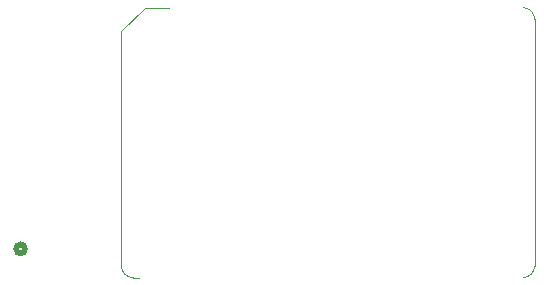
<source format=gbr>
%TF.GenerationSoftware,KiCad,Pcbnew,8.0.4*%
%TF.CreationDate,2024-12-04T08:53:49-07:00*%
%TF.ProjectId,particle-somduino,70617274-6963-46c6-952d-736f6d647569,rev?*%
%TF.SameCoordinates,Original*%
%TF.FileFunction,Legend,Bot*%
%TF.FilePolarity,Positive*%
%FSLAX46Y46*%
G04 Gerber Fmt 4.6, Leading zero omitted, Abs format (unit mm)*
G04 Created by KiCad (PCBNEW 8.0.4) date 2024-12-04 08:53:49*
%MOMM*%
%LPD*%
G01*
G04 APERTURE LIST*
%ADD10C,0.508000*%
%ADD11C,0.100000*%
G04 APERTURE END LIST*
D10*
%TO.C,U1*%
X113100700Y-82549998D02*
G75*
G02*
X112338700Y-82549998I-381000J0D01*
G01*
X112338700Y-82549998D02*
G75*
G02*
X113100700Y-82549998I381000J0D01*
G01*
D11*
%TO.C,U2*%
X121252790Y-64120000D02*
X121252790Y-83980000D01*
X121252790Y-64120000D02*
X123252790Y-62120000D01*
X122752790Y-84980000D02*
X122252790Y-84980000D01*
X125252790Y-62120000D02*
X123252790Y-62120000D01*
X156252790Y-63120000D02*
X156252790Y-83980000D01*
X122252790Y-84980000D02*
G75*
G02*
X121252790Y-83980000I0J1000000D01*
G01*
X155252790Y-62120000D02*
G75*
G02*
X156252790Y-63120000I1J-999999D01*
G01*
X156252790Y-83980000D02*
G75*
G02*
X155252790Y-84980000I-1000000J0D01*
G01*
%TD*%
M02*

</source>
